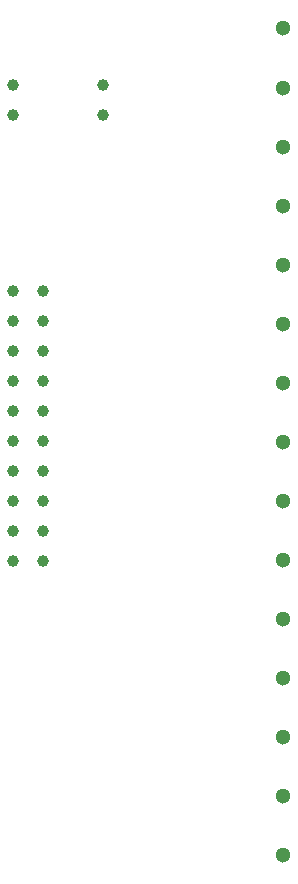
<source format=gbr>
%TF.GenerationSoftware,KiCad,Pcbnew,7.0.2*%
%TF.CreationDate,2023-04-24T21:00:10-04:00*%
%TF.ProjectId,JTAG_Terminal_Block,4a544147-5f54-4657-926d-696e616c5f42,rev?*%
%TF.SameCoordinates,Original*%
%TF.FileFunction,Plated,1,2,PTH,Drill*%
%TF.FilePolarity,Positive*%
%FSLAX46Y46*%
G04 Gerber Fmt 4.6, Leading zero omitted, Abs format (unit mm)*
G04 Created by KiCad (PCBNEW 7.0.2) date 2023-04-24 21:00:10*
%MOMM*%
%LPD*%
G01*
G04 APERTURE LIST*
%TA.AperFunction,ComponentDrill*%
%ADD10C,1.000000*%
%TD*%
%TA.AperFunction,ComponentDrill*%
%ADD11C,1.300000*%
%TD*%
G04 APERTURE END LIST*
D10*
%TO.C,JP1*%
X147320000Y-48260000D03*
X147320000Y-50800000D03*
%TO.C,J1*%
X147320000Y-65720000D03*
X147320000Y-68260000D03*
X147320000Y-70800000D03*
X147320000Y-73340000D03*
X147320000Y-75880000D03*
X147320000Y-78420000D03*
X147320000Y-80960000D03*
X147320000Y-83500000D03*
X147320000Y-86040000D03*
X147320000Y-88580000D03*
X149860000Y-65720000D03*
X149860000Y-68260000D03*
X149860000Y-70800000D03*
X149860000Y-73340000D03*
X149860000Y-75880000D03*
X149860000Y-78420000D03*
X149860000Y-80960000D03*
X149860000Y-83500000D03*
X149860000Y-86040000D03*
X149860000Y-88580000D03*
%TO.C,JP2*%
X154940000Y-48260000D03*
X154940000Y-50800000D03*
D11*
%TO.C,J2*%
X170180000Y-43500000D03*
X170180000Y-48500000D03*
X170180000Y-53500000D03*
X170180000Y-58500000D03*
X170180000Y-63500000D03*
X170180000Y-68500000D03*
X170180000Y-73500000D03*
X170180000Y-78500000D03*
X170180000Y-83500000D03*
X170180000Y-88500000D03*
X170180000Y-93500000D03*
X170180000Y-98500000D03*
X170180000Y-103500000D03*
X170180000Y-108500000D03*
X170180000Y-113500000D03*
M02*

</source>
